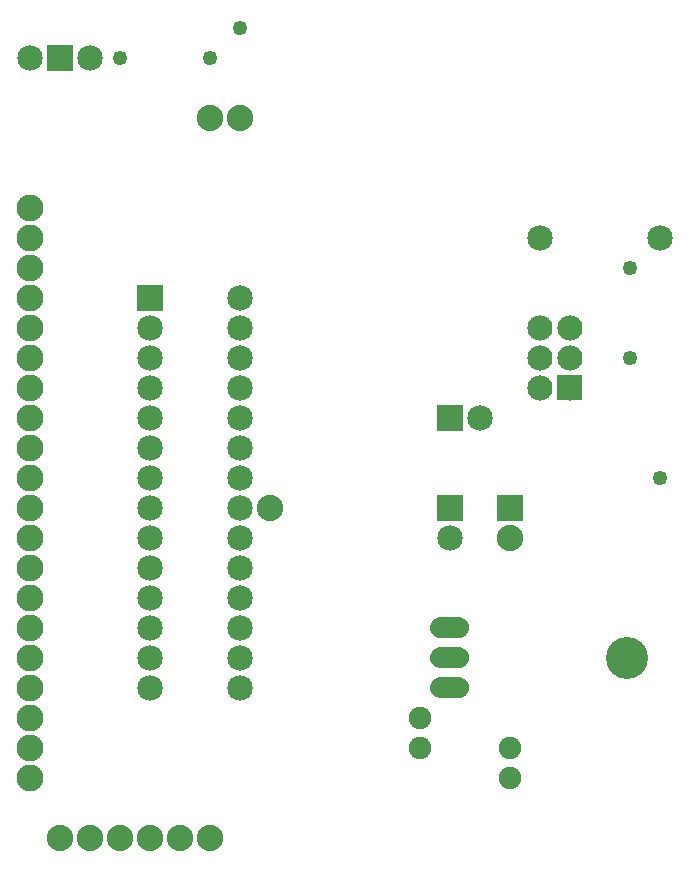
<source format=gts>
G04 MADE WITH FRITZING*
G04 WWW.FRITZING.ORG*
G04 DOUBLE SIDED*
G04 HOLES PLATED*
G04 CONTOUR ON CENTER OF CONTOUR VECTOR*
%ASAXBY*%
%FSLAX23Y23*%
%MOIN*%
%OFA0B0*%
%SFA1.0B1.0*%
%ADD10C,0.088000*%
%ADD11C,0.084000*%
%ADD12C,0.075000*%
%ADD13C,0.070000*%
%ADD14C,0.140000*%
%ADD15C,0.085000*%
%ADD16C,0.049370*%
%ADD17C,0.089370*%
%ADD18R,0.088000X0.088000*%
%ADD19R,0.085000X0.085000*%
%ADD20R,0.001000X0.001000*%
%LNMASK1*%
G90*
G70*
G54D10*
X1009Y1276D03*
G54D11*
X2009Y1676D03*
X1909Y1676D03*
X2009Y1776D03*
X1909Y1776D03*
X2009Y1876D03*
X1909Y1876D03*
X2009Y1676D03*
X1909Y1676D03*
X2009Y1776D03*
X1909Y1776D03*
X2009Y1876D03*
X1909Y1876D03*
G54D10*
X909Y2576D03*
X809Y2576D03*
G54D12*
X1809Y376D03*
X1809Y476D03*
X1809Y376D03*
X1809Y476D03*
G54D10*
X1809Y1276D03*
X1809Y1176D03*
G54D13*
X1609Y876D03*
X1609Y776D03*
X1609Y676D03*
G54D14*
X2199Y776D03*
G54D13*
X1609Y876D03*
X1609Y776D03*
X1609Y676D03*
G54D14*
X2199Y776D03*
G54D15*
X409Y2776D03*
X309Y2776D03*
X209Y2776D03*
G54D12*
X1509Y476D03*
X1509Y576D03*
X1509Y476D03*
X1509Y576D03*
G54D15*
X2309Y2176D03*
X1909Y2176D03*
X1609Y1276D03*
X1609Y1176D03*
G54D16*
X2209Y2076D03*
X2209Y1776D03*
G54D15*
X609Y1976D03*
X909Y1976D03*
X609Y1876D03*
X909Y1876D03*
X609Y1776D03*
X909Y1776D03*
X609Y1676D03*
X909Y1676D03*
X609Y1576D03*
X909Y1576D03*
X609Y1476D03*
X909Y1476D03*
X609Y1376D03*
X909Y1376D03*
X609Y1276D03*
X909Y1276D03*
X609Y1176D03*
X909Y1176D03*
X609Y1076D03*
X909Y1076D03*
X609Y976D03*
X909Y976D03*
X609Y876D03*
X909Y876D03*
X609Y776D03*
X909Y776D03*
X609Y676D03*
X909Y676D03*
G54D17*
X209Y2276D03*
X209Y2176D03*
X209Y2076D03*
X209Y1976D03*
X209Y1876D03*
X209Y1776D03*
X209Y1676D03*
X209Y1576D03*
X209Y1476D03*
X209Y1376D03*
X209Y1276D03*
X209Y1176D03*
X209Y1076D03*
X209Y976D03*
X209Y876D03*
X209Y776D03*
X209Y676D03*
X209Y576D03*
X209Y476D03*
X209Y376D03*
G54D16*
X809Y2776D03*
X509Y2776D03*
X909Y2876D03*
X2309Y1376D03*
G54D15*
X1609Y1576D03*
X1709Y1576D03*
G54D10*
X809Y176D03*
X709Y176D03*
X609Y176D03*
X509Y176D03*
X409Y176D03*
X309Y176D03*
G54D18*
X1809Y1276D03*
G54D19*
X309Y2776D03*
X1609Y1276D03*
X609Y1976D03*
X1609Y1576D03*
G54D20*
X1967Y1718D02*
X2050Y1718D01*
X1967Y1717D02*
X2050Y1717D01*
X1967Y1716D02*
X2050Y1716D01*
X1967Y1715D02*
X2050Y1715D01*
X1967Y1714D02*
X2050Y1714D01*
X1967Y1713D02*
X2050Y1713D01*
X1967Y1712D02*
X2050Y1712D01*
X1967Y1711D02*
X2050Y1711D01*
X1967Y1710D02*
X2050Y1710D01*
X1967Y1709D02*
X2050Y1709D01*
X1967Y1708D02*
X2050Y1708D01*
X1967Y1707D02*
X2050Y1707D01*
X1967Y1706D02*
X2050Y1706D01*
X1967Y1705D02*
X2050Y1705D01*
X1967Y1704D02*
X2050Y1704D01*
X1967Y1703D02*
X2050Y1703D01*
X1967Y1702D02*
X2050Y1702D01*
X1967Y1701D02*
X2050Y1701D01*
X1967Y1700D02*
X2050Y1700D01*
X1967Y1699D02*
X2050Y1699D01*
X1967Y1698D02*
X2050Y1698D01*
X1967Y1697D02*
X2050Y1697D01*
X1967Y1696D02*
X2050Y1696D01*
X1967Y1695D02*
X2050Y1695D01*
X1967Y1694D02*
X2050Y1694D01*
X1967Y1693D02*
X2050Y1693D01*
X1967Y1692D02*
X2050Y1692D01*
X1967Y1691D02*
X2002Y1691D01*
X2014Y1691D02*
X2050Y1691D01*
X1967Y1690D02*
X2000Y1690D01*
X2017Y1690D02*
X2050Y1690D01*
X1967Y1689D02*
X1999Y1689D01*
X2018Y1689D02*
X2050Y1689D01*
X1967Y1688D02*
X1997Y1688D01*
X2020Y1688D02*
X2050Y1688D01*
X1967Y1687D02*
X1997Y1687D01*
X2020Y1687D02*
X2050Y1687D01*
X1967Y1686D02*
X1996Y1686D01*
X2021Y1686D02*
X2050Y1686D01*
X1967Y1685D02*
X1995Y1685D01*
X2022Y1685D02*
X2050Y1685D01*
X1967Y1684D02*
X1995Y1684D01*
X2022Y1684D02*
X2050Y1684D01*
X1967Y1683D02*
X1994Y1683D01*
X2023Y1683D02*
X2050Y1683D01*
X1967Y1682D02*
X1994Y1682D01*
X2023Y1682D02*
X2050Y1682D01*
X1967Y1681D02*
X1994Y1681D01*
X2023Y1681D02*
X2050Y1681D01*
X1967Y1680D02*
X1993Y1680D01*
X2024Y1680D02*
X2050Y1680D01*
X1967Y1679D02*
X1993Y1679D01*
X2024Y1679D02*
X2050Y1679D01*
X1967Y1678D02*
X1993Y1678D01*
X2024Y1678D02*
X2050Y1678D01*
X1967Y1677D02*
X1993Y1677D01*
X2024Y1677D02*
X2050Y1677D01*
X1967Y1676D02*
X1993Y1676D01*
X2024Y1676D02*
X2050Y1676D01*
X1967Y1675D02*
X1993Y1675D01*
X2024Y1675D02*
X2050Y1675D01*
X1967Y1674D02*
X1993Y1674D01*
X2024Y1674D02*
X2050Y1674D01*
X1967Y1673D02*
X1993Y1673D01*
X2024Y1673D02*
X2050Y1673D01*
X1967Y1672D02*
X1994Y1672D01*
X2023Y1672D02*
X2050Y1672D01*
X1967Y1671D02*
X1994Y1671D01*
X2023Y1671D02*
X2050Y1671D01*
X1967Y1670D02*
X1994Y1670D01*
X2023Y1670D02*
X2050Y1670D01*
X1967Y1669D02*
X1995Y1669D01*
X2022Y1669D02*
X2050Y1669D01*
X1967Y1668D02*
X1996Y1668D01*
X2021Y1668D02*
X2050Y1668D01*
X1967Y1667D02*
X1996Y1667D01*
X2021Y1667D02*
X2050Y1667D01*
X1967Y1666D02*
X1997Y1666D01*
X2020Y1666D02*
X2050Y1666D01*
X1967Y1665D02*
X1998Y1665D01*
X2019Y1665D02*
X2050Y1665D01*
X1967Y1664D02*
X2000Y1664D01*
X2017Y1664D02*
X2050Y1664D01*
X1967Y1663D02*
X2002Y1663D01*
X2015Y1663D02*
X2050Y1663D01*
X1967Y1662D02*
X2007Y1662D01*
X2010Y1662D02*
X2050Y1662D01*
X1967Y1661D02*
X2050Y1661D01*
X1967Y1660D02*
X2050Y1660D01*
X1967Y1659D02*
X2050Y1659D01*
X1967Y1658D02*
X2050Y1658D01*
X1967Y1657D02*
X2050Y1657D01*
X1967Y1656D02*
X2050Y1656D01*
X1967Y1655D02*
X2050Y1655D01*
X1967Y1654D02*
X2050Y1654D01*
X1967Y1653D02*
X2050Y1653D01*
X1967Y1652D02*
X2050Y1652D01*
X1967Y1651D02*
X2050Y1651D01*
X1967Y1650D02*
X2050Y1650D01*
X1967Y1649D02*
X2050Y1649D01*
X1967Y1648D02*
X2050Y1648D01*
X1967Y1647D02*
X2050Y1647D01*
X1967Y1646D02*
X2050Y1646D01*
X1967Y1645D02*
X2050Y1645D01*
X1967Y1644D02*
X2050Y1644D01*
X1967Y1643D02*
X2050Y1643D01*
X1967Y1642D02*
X2050Y1642D01*
X1967Y1641D02*
X2050Y1641D01*
X1967Y1640D02*
X2050Y1640D01*
X1967Y1639D02*
X2050Y1639D01*
X1967Y1638D02*
X2050Y1638D01*
X1967Y1637D02*
X2050Y1637D01*
X1967Y1636D02*
X2050Y1636D01*
X1967Y1635D02*
X2050Y1635D01*
X1576Y912D02*
X1641Y912D01*
X1571Y911D02*
X1647Y911D01*
X1568Y910D02*
X1650Y910D01*
X1565Y909D02*
X1652Y909D01*
X1563Y908D02*
X1654Y908D01*
X1561Y907D02*
X1656Y907D01*
X1560Y906D02*
X1657Y906D01*
X1558Y905D02*
X1659Y905D01*
X1557Y904D02*
X1660Y904D01*
X1556Y903D02*
X1661Y903D01*
X1555Y902D02*
X1662Y902D01*
X1554Y901D02*
X1663Y901D01*
X1553Y900D02*
X1664Y900D01*
X1552Y899D02*
X1665Y899D01*
X1551Y898D02*
X1666Y898D01*
X1551Y897D02*
X1666Y897D01*
X1550Y896D02*
X1667Y896D01*
X1549Y895D02*
X1668Y895D01*
X1549Y894D02*
X1668Y894D01*
X1548Y893D02*
X1669Y893D01*
X1548Y892D02*
X1606Y892D01*
X1611Y892D02*
X1669Y892D01*
X1547Y891D02*
X1602Y891D01*
X1615Y891D02*
X1670Y891D01*
X1547Y890D02*
X1600Y890D01*
X1617Y890D02*
X1670Y890D01*
X1546Y889D02*
X1598Y889D01*
X1619Y889D02*
X1671Y889D01*
X1546Y888D02*
X1597Y888D01*
X1620Y888D02*
X1671Y888D01*
X1546Y887D02*
X1596Y887D01*
X1621Y887D02*
X1672Y887D01*
X1545Y886D02*
X1596Y886D01*
X1622Y886D02*
X1672Y886D01*
X1545Y885D02*
X1595Y885D01*
X1622Y885D02*
X1672Y885D01*
X1545Y884D02*
X1595Y884D01*
X1623Y884D02*
X1672Y884D01*
X1545Y883D02*
X1594Y883D01*
X1623Y883D02*
X1672Y883D01*
X1544Y882D02*
X1594Y882D01*
X1623Y882D02*
X1673Y882D01*
X1544Y881D02*
X1594Y881D01*
X1624Y881D02*
X1673Y881D01*
X1544Y880D02*
X1593Y880D01*
X1624Y880D02*
X1673Y880D01*
X1544Y879D02*
X1593Y879D01*
X1624Y879D02*
X1673Y879D01*
X1544Y878D02*
X1593Y878D01*
X1624Y878D02*
X1673Y878D01*
X1544Y877D02*
X1593Y877D01*
X1624Y877D02*
X1673Y877D01*
X1544Y876D02*
X1593Y876D01*
X1624Y876D02*
X1673Y876D01*
X1544Y875D02*
X1593Y875D01*
X1624Y875D02*
X1673Y875D01*
X1544Y874D02*
X1593Y874D01*
X1624Y874D02*
X1673Y874D01*
X1544Y873D02*
X1594Y873D01*
X1624Y873D02*
X1673Y873D01*
X1545Y872D02*
X1594Y872D01*
X1623Y872D02*
X1673Y872D01*
X1545Y871D02*
X1594Y871D01*
X1623Y871D02*
X1672Y871D01*
X1545Y870D02*
X1595Y870D01*
X1622Y870D02*
X1672Y870D01*
X1545Y869D02*
X1595Y869D01*
X1622Y869D02*
X1672Y869D01*
X1545Y868D02*
X1596Y868D01*
X1621Y868D02*
X1672Y868D01*
X1546Y867D02*
X1597Y867D01*
X1620Y867D02*
X1671Y867D01*
X1546Y866D02*
X1598Y866D01*
X1620Y866D02*
X1671Y866D01*
X1546Y865D02*
X1599Y865D01*
X1618Y865D02*
X1671Y865D01*
X1547Y864D02*
X1600Y864D01*
X1617Y864D02*
X1670Y864D01*
X1547Y863D02*
X1603Y863D01*
X1614Y863D02*
X1670Y863D01*
X1548Y862D02*
X1669Y862D01*
X1548Y861D02*
X1669Y861D01*
X1549Y860D02*
X1668Y860D01*
X1550Y859D02*
X1668Y859D01*
X1550Y858D02*
X1667Y858D01*
X1551Y857D02*
X1666Y857D01*
X1552Y856D02*
X1665Y856D01*
X1553Y855D02*
X1665Y855D01*
X1553Y854D02*
X1664Y854D01*
X1554Y853D02*
X1663Y853D01*
X1555Y852D02*
X1662Y852D01*
X1556Y851D02*
X1661Y851D01*
X1558Y850D02*
X1660Y850D01*
X1559Y849D02*
X1658Y849D01*
X1560Y848D02*
X1657Y848D01*
X1562Y847D02*
X1655Y847D01*
X1564Y846D02*
X1653Y846D01*
X1566Y845D02*
X1651Y845D01*
X1568Y844D02*
X1649Y844D01*
X1572Y843D02*
X1645Y843D01*
X1576Y812D02*
X1641Y812D01*
X1571Y811D02*
X1647Y811D01*
X1567Y810D02*
X1650Y810D01*
X1565Y809D02*
X1652Y809D01*
X1563Y808D02*
X1654Y808D01*
X1561Y807D02*
X1656Y807D01*
X1560Y806D02*
X1657Y806D01*
X1558Y805D02*
X1659Y805D01*
X1557Y804D02*
X1660Y804D01*
X1556Y803D02*
X1661Y803D01*
X1555Y802D02*
X1662Y802D01*
X1554Y801D02*
X1663Y801D01*
X1553Y800D02*
X1664Y800D01*
X1552Y799D02*
X1665Y799D01*
X1551Y798D02*
X1666Y798D01*
X1551Y797D02*
X1667Y797D01*
X1550Y796D02*
X1667Y796D01*
X1549Y795D02*
X1668Y795D01*
X1549Y794D02*
X1668Y794D01*
X1548Y793D02*
X1669Y793D01*
X1548Y792D02*
X1606Y792D01*
X1611Y792D02*
X1669Y792D01*
X1547Y791D02*
X1602Y791D01*
X1615Y791D02*
X1670Y791D01*
X1547Y790D02*
X1600Y790D01*
X1617Y790D02*
X1670Y790D01*
X1546Y789D02*
X1598Y789D01*
X1619Y789D02*
X1671Y789D01*
X1546Y788D02*
X1597Y788D01*
X1620Y788D02*
X1671Y788D01*
X1546Y787D02*
X1596Y787D01*
X1621Y787D02*
X1672Y787D01*
X1545Y786D02*
X1596Y786D01*
X1622Y786D02*
X1672Y786D01*
X1545Y785D02*
X1595Y785D01*
X1622Y785D02*
X1672Y785D01*
X1545Y784D02*
X1595Y784D01*
X1623Y784D02*
X1672Y784D01*
X1545Y783D02*
X1594Y783D01*
X1623Y783D02*
X1673Y783D01*
X1544Y782D02*
X1594Y782D01*
X1623Y782D02*
X1673Y782D01*
X1544Y781D02*
X1594Y781D01*
X1624Y781D02*
X1673Y781D01*
X1544Y780D02*
X1593Y780D01*
X1624Y780D02*
X1673Y780D01*
X1544Y779D02*
X1593Y779D01*
X1624Y779D02*
X1673Y779D01*
X1544Y778D02*
X1593Y778D01*
X1624Y778D02*
X1673Y778D01*
X1544Y777D02*
X1593Y777D01*
X1624Y777D02*
X1673Y777D01*
X1544Y776D02*
X1593Y776D01*
X1624Y776D02*
X1673Y776D01*
X1544Y775D02*
X1593Y775D01*
X1624Y775D02*
X1673Y775D01*
X1544Y774D02*
X1593Y774D01*
X1624Y774D02*
X1673Y774D01*
X1544Y773D02*
X1594Y773D01*
X1624Y773D02*
X1673Y773D01*
X1545Y772D02*
X1594Y772D01*
X1623Y772D02*
X1673Y772D01*
X1545Y771D02*
X1594Y771D01*
X1623Y771D02*
X1672Y771D01*
X1545Y770D02*
X1595Y770D01*
X1622Y770D02*
X1672Y770D01*
X1545Y769D02*
X1595Y769D01*
X1622Y769D02*
X1672Y769D01*
X1545Y768D02*
X1596Y768D01*
X1621Y768D02*
X1672Y768D01*
X1546Y767D02*
X1597Y767D01*
X1620Y767D02*
X1671Y767D01*
X1546Y766D02*
X1598Y766D01*
X1620Y766D02*
X1671Y766D01*
X1547Y765D02*
X1599Y765D01*
X1618Y765D02*
X1671Y765D01*
X1547Y764D02*
X1601Y764D01*
X1617Y764D02*
X1670Y764D01*
X1547Y763D02*
X1603Y763D01*
X1614Y763D02*
X1670Y763D01*
X1548Y762D02*
X1669Y762D01*
X1548Y761D02*
X1669Y761D01*
X1549Y760D02*
X1668Y760D01*
X1550Y759D02*
X1668Y759D01*
X1550Y758D02*
X1667Y758D01*
X1551Y757D02*
X1666Y757D01*
X1552Y756D02*
X1665Y756D01*
X1553Y755D02*
X1665Y755D01*
X1553Y754D02*
X1664Y754D01*
X1554Y753D02*
X1663Y753D01*
X1555Y752D02*
X1662Y752D01*
X1556Y751D02*
X1661Y751D01*
X1558Y750D02*
X1659Y750D01*
X1559Y749D02*
X1658Y749D01*
X1560Y748D02*
X1657Y748D01*
X1562Y747D02*
X1655Y747D01*
X1564Y746D02*
X1653Y746D01*
X1566Y745D02*
X1651Y745D01*
X1569Y744D02*
X1649Y744D01*
X1572Y743D02*
X1645Y743D01*
X1575Y712D02*
X1642Y712D01*
X1570Y711D02*
X1647Y711D01*
X1567Y710D02*
X1650Y710D01*
X1565Y709D02*
X1652Y709D01*
X1563Y708D02*
X1654Y708D01*
X1561Y707D02*
X1656Y707D01*
X1560Y706D02*
X1657Y706D01*
X1558Y705D02*
X1659Y705D01*
X1557Y704D02*
X1660Y704D01*
X1556Y703D02*
X1661Y703D01*
X1555Y702D02*
X1662Y702D01*
X1554Y701D02*
X1663Y701D01*
X1553Y700D02*
X1664Y700D01*
X1552Y699D02*
X1665Y699D01*
X1551Y698D02*
X1666Y698D01*
X1551Y697D02*
X1667Y697D01*
X1550Y696D02*
X1667Y696D01*
X1549Y695D02*
X1668Y695D01*
X1549Y694D02*
X1668Y694D01*
X1548Y693D02*
X1669Y693D01*
X1548Y692D02*
X1605Y692D01*
X1612Y692D02*
X1670Y692D01*
X1547Y691D02*
X1602Y691D01*
X1615Y691D02*
X1670Y691D01*
X1547Y690D02*
X1600Y690D01*
X1617Y690D02*
X1670Y690D01*
X1546Y689D02*
X1598Y689D01*
X1619Y689D02*
X1671Y689D01*
X1546Y688D02*
X1597Y688D01*
X1620Y688D02*
X1671Y688D01*
X1546Y687D02*
X1596Y687D01*
X1621Y687D02*
X1672Y687D01*
X1545Y686D02*
X1596Y686D01*
X1622Y686D02*
X1672Y686D01*
X1545Y685D02*
X1595Y685D01*
X1622Y685D02*
X1672Y685D01*
X1545Y684D02*
X1594Y684D01*
X1623Y684D02*
X1672Y684D01*
X1545Y683D02*
X1594Y683D01*
X1623Y683D02*
X1673Y683D01*
X1544Y682D02*
X1594Y682D01*
X1623Y682D02*
X1673Y682D01*
X1544Y681D02*
X1594Y681D01*
X1624Y681D02*
X1673Y681D01*
X1544Y680D02*
X1593Y680D01*
X1624Y680D02*
X1673Y680D01*
X1544Y679D02*
X1593Y679D01*
X1624Y679D02*
X1673Y679D01*
X1544Y678D02*
X1593Y678D01*
X1624Y678D02*
X1673Y678D01*
X1544Y677D02*
X1593Y677D01*
X1624Y677D02*
X1673Y677D01*
X1544Y676D02*
X1593Y676D01*
X1624Y676D02*
X1673Y676D01*
X1544Y675D02*
X1593Y675D01*
X1624Y675D02*
X1673Y675D01*
X1544Y674D02*
X1593Y674D01*
X1624Y674D02*
X1673Y674D01*
X1544Y673D02*
X1594Y673D01*
X1624Y673D02*
X1673Y673D01*
X1545Y672D02*
X1594Y672D01*
X1623Y672D02*
X1673Y672D01*
X1545Y671D02*
X1594Y671D01*
X1623Y671D02*
X1672Y671D01*
X1545Y670D02*
X1595Y670D01*
X1622Y670D02*
X1672Y670D01*
X1545Y669D02*
X1595Y669D01*
X1622Y669D02*
X1672Y669D01*
X1545Y668D02*
X1596Y668D01*
X1621Y668D02*
X1672Y668D01*
X1546Y667D02*
X1597Y667D01*
X1620Y667D02*
X1671Y667D01*
X1546Y666D02*
X1598Y666D01*
X1619Y666D02*
X1671Y666D01*
X1547Y665D02*
X1599Y665D01*
X1618Y665D02*
X1671Y665D01*
X1547Y664D02*
X1601Y664D01*
X1617Y664D02*
X1670Y664D01*
X1547Y663D02*
X1603Y663D01*
X1614Y663D02*
X1670Y663D01*
X1548Y662D02*
X1669Y662D01*
X1548Y661D02*
X1669Y661D01*
X1549Y660D02*
X1668Y660D01*
X1550Y659D02*
X1668Y659D01*
X1550Y658D02*
X1667Y658D01*
X1551Y657D02*
X1666Y657D01*
X1552Y656D02*
X1665Y656D01*
X1553Y655D02*
X1665Y655D01*
X1553Y654D02*
X1664Y654D01*
X1554Y653D02*
X1663Y653D01*
X1555Y652D02*
X1662Y652D01*
X1557Y651D02*
X1661Y651D01*
X1558Y650D02*
X1659Y650D01*
X1559Y649D02*
X1658Y649D01*
X1560Y648D02*
X1657Y648D01*
X1562Y647D02*
X1655Y647D01*
X1564Y646D02*
X1653Y646D01*
X1566Y645D02*
X1651Y645D01*
X1569Y644D02*
X1649Y644D01*
X1572Y643D02*
X1645Y643D01*
D02*
G04 End of Mask1*
M02*
</source>
